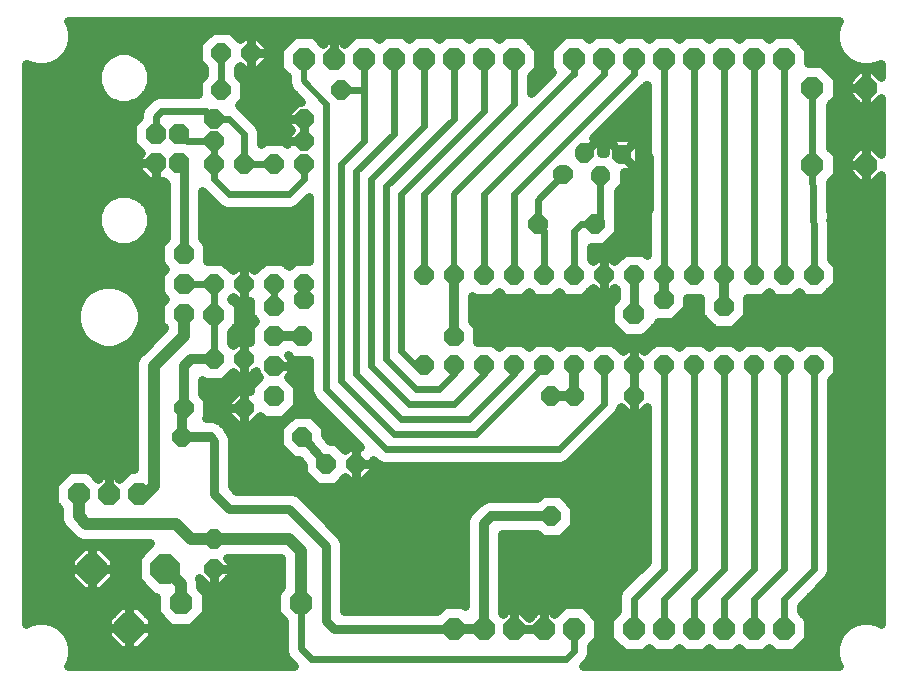
<source format=gbl>
G75*
G70*
%OFA0B0*%
%FSLAX24Y24*%
%IPPOS*%
%LPD*%
%AMOC8*
5,1,8,0,0,1.08239X$1,22.5*
%
%ADD10OC8,0.0640*%
%ADD11OC8,0.0694*%
%ADD12OC8,0.0984*%
%ADD13OC8,0.0720*%
%ADD14OC8,0.0680*%
%ADD15OC8,0.0760*%
%ADD16C,0.0128*%
%ADD17C,0.0300*%
%ADD18C,0.0240*%
%ADD19OC8,0.0660*%
%ADD20C,0.0320*%
%ADD21C,0.0400*%
%ADD22C,0.0200*%
%ADD23OC8,0.0700*%
D10*
X007159Y003605D03*
X007159Y004605D03*
X010909Y007105D03*
X011909Y007105D03*
X010109Y008005D03*
X008159Y008955D03*
X006159Y008955D03*
X006109Y008005D03*
X007159Y010605D03*
X008159Y010605D03*
X008159Y013105D03*
X007159Y013105D03*
X009159Y013105D03*
X010159Y013105D03*
X014159Y013405D03*
X015159Y013405D03*
X016159Y013405D03*
X017159Y013405D03*
X018159Y013405D03*
X019159Y013405D03*
X020159Y013405D03*
X021159Y013405D03*
X022159Y013405D03*
X023159Y013405D03*
X024159Y013405D03*
X025159Y013405D03*
X026159Y013405D03*
X027159Y013405D03*
X027159Y010405D03*
X026159Y010405D03*
X025159Y010405D03*
X024159Y010405D03*
X023159Y010405D03*
X022159Y010405D03*
X021159Y010405D03*
X020159Y010405D03*
X019159Y010405D03*
X018159Y010405D03*
X017159Y010405D03*
X016159Y010405D03*
X015159Y010405D03*
X014159Y010405D03*
X018409Y009355D03*
X019159Y009355D03*
X021159Y009355D03*
X018409Y005355D03*
X017959Y015105D03*
X019859Y015105D03*
X011409Y019555D03*
X010159Y018605D03*
X010159Y017855D03*
X010159Y017105D03*
X009159Y017105D03*
X008159Y017105D03*
X007159Y017105D03*
X007159Y017855D03*
X007159Y018605D03*
X007409Y019555D03*
X007409Y020805D03*
X008409Y020805D03*
D11*
X006013Y018097D03*
X005226Y018097D03*
X005226Y017113D03*
X006013Y017113D03*
D12*
X005533Y003605D03*
X003112Y003605D03*
X004352Y001636D03*
D13*
X004659Y006105D03*
X003659Y006105D03*
X002659Y006105D03*
X015159Y001605D03*
X016159Y001605D03*
X017159Y001605D03*
X018159Y001605D03*
X019159Y001605D03*
X021159Y001605D03*
X022159Y001605D03*
X023159Y001605D03*
X024159Y001605D03*
X025159Y001605D03*
X026159Y001605D03*
X027119Y017075D03*
X028899Y017075D03*
X028899Y019635D03*
X027119Y019635D03*
X026159Y020605D03*
X025159Y020605D03*
X024159Y020605D03*
X023159Y020605D03*
X022159Y020605D03*
X021159Y020605D03*
X020159Y020605D03*
X019159Y020605D03*
X017159Y020605D03*
X016159Y020605D03*
X015159Y020605D03*
X014159Y020605D03*
X013159Y020605D03*
X012159Y020605D03*
X011159Y020605D03*
X010159Y020605D03*
D14*
X006159Y014105D03*
X006159Y013105D03*
X006159Y012105D03*
X009159Y011355D03*
X009159Y010355D03*
X009159Y009355D03*
D15*
X010059Y002455D03*
X006059Y002455D03*
D16*
X018614Y016709D02*
X018550Y016645D01*
X018550Y016857D01*
X018699Y017006D01*
X018911Y017006D01*
X019060Y016857D01*
X019060Y016645D01*
X018911Y016496D01*
X018699Y016496D01*
X018550Y016645D01*
X018646Y016685D01*
X018646Y016817D01*
X018739Y016910D01*
X018871Y016910D01*
X018964Y016817D01*
X018964Y016685D01*
X018871Y016592D01*
X018739Y016592D01*
X018646Y016685D01*
X018742Y016725D01*
X018742Y016777D01*
X018779Y016814D01*
X018831Y016814D01*
X018868Y016777D01*
X018868Y016725D01*
X018831Y016688D01*
X018779Y016688D01*
X018742Y016725D01*
X019322Y017416D02*
X019258Y017352D01*
X019258Y017564D01*
X019407Y017713D01*
X019619Y017713D01*
X019768Y017564D01*
X019768Y017352D01*
X019619Y017203D01*
X019407Y017203D01*
X019258Y017352D01*
X019354Y017392D01*
X019354Y017524D01*
X019447Y017617D01*
X019579Y017617D01*
X019672Y017524D01*
X019672Y017392D01*
X019579Y017299D01*
X019447Y017299D01*
X019354Y017392D01*
X019450Y017432D01*
X019450Y017484D01*
X019487Y017521D01*
X019539Y017521D01*
X019576Y017484D01*
X019576Y017432D01*
X019539Y017395D01*
X019487Y017395D01*
X019450Y017432D01*
X019864Y016659D02*
X019800Y016595D01*
X019800Y016807D01*
X019949Y016956D01*
X020161Y016956D01*
X020310Y016807D01*
X020310Y016595D01*
X020161Y016446D01*
X019949Y016446D01*
X019800Y016595D01*
X019896Y016635D01*
X019896Y016767D01*
X019989Y016860D01*
X020121Y016860D01*
X020214Y016767D01*
X020214Y016635D01*
X020121Y016542D01*
X019989Y016542D01*
X019896Y016635D01*
X019992Y016675D01*
X019992Y016727D01*
X020029Y016764D01*
X020081Y016764D01*
X020118Y016727D01*
X020118Y016675D01*
X020081Y016638D01*
X020029Y016638D01*
X019992Y016675D01*
X020572Y017366D02*
X020508Y017302D01*
X020508Y017514D01*
X020657Y017663D01*
X020869Y017663D01*
X021018Y017514D01*
X021018Y017302D01*
X020869Y017153D01*
X020657Y017153D01*
X020508Y017302D01*
X020604Y017342D01*
X020604Y017474D01*
X020697Y017567D01*
X020829Y017567D01*
X020922Y017474D01*
X020922Y017342D01*
X020829Y017249D01*
X020697Y017249D01*
X020604Y017342D01*
X020700Y017382D01*
X020700Y017434D01*
X020737Y017471D01*
X020789Y017471D01*
X020826Y017434D01*
X020826Y017382D01*
X020789Y017345D01*
X020737Y017345D01*
X020700Y017382D01*
D17*
X000909Y020442D02*
X000909Y001768D01*
X001007Y001824D01*
X001272Y001895D01*
X001546Y001895D01*
X001811Y001824D01*
X002048Y001687D01*
X002242Y001494D01*
X002379Y001256D01*
X002450Y000992D01*
X002450Y000718D01*
X002379Y000453D01*
X002322Y000355D01*
X009853Y000355D01*
X009576Y000632D01*
X009489Y000841D01*
X009489Y001068D01*
X009489Y001851D01*
X009229Y002111D01*
X009229Y002799D01*
X009409Y002978D01*
X009409Y003935D01*
X009390Y003955D01*
X007615Y003955D01*
X007729Y003841D01*
X007729Y003605D01*
X007159Y003605D01*
X007159Y003604D01*
X007159Y003035D01*
X007395Y003035D01*
X007729Y003369D01*
X007729Y003604D01*
X007159Y003604D01*
X007159Y003604D01*
X007159Y003035D01*
X006923Y003035D01*
X006680Y003277D01*
X006709Y003208D01*
X006709Y002978D01*
X006889Y002799D01*
X006889Y002111D01*
X006403Y001625D01*
X005715Y001625D01*
X005229Y002111D01*
X005229Y002663D01*
X005143Y002663D01*
X004591Y003214D01*
X004591Y003995D01*
X005051Y004455D01*
X003038Y004455D01*
X002780Y004455D01*
X002541Y004554D01*
X002291Y004804D01*
X002108Y004986D01*
X002009Y005225D01*
X002009Y005609D01*
X001849Y005769D01*
X001849Y006440D01*
X002324Y006915D01*
X002995Y006915D01*
X003300Y006609D01*
X003406Y006715D01*
X003659Y006715D01*
X003659Y006105D01*
X003659Y006105D01*
X003659Y006715D01*
X003912Y006715D01*
X004018Y006609D01*
X004324Y006915D01*
X004509Y006915D01*
X004509Y010484D01*
X004608Y010723D01*
X004791Y010906D01*
X004791Y010906D01*
X005509Y011624D01*
X005509Y011637D01*
X005369Y011777D01*
X005369Y012432D01*
X005542Y012605D01*
X005369Y012777D01*
X005369Y013432D01*
X005542Y013605D01*
X005369Y013777D01*
X005369Y014432D01*
X005559Y014622D01*
X005559Y016440D01*
X005478Y016521D01*
X005473Y016516D01*
X005226Y016516D01*
X005226Y016773D01*
X005226Y016773D01*
X005226Y016516D01*
X004979Y016516D01*
X004629Y016865D01*
X004629Y017112D01*
X005216Y017112D01*
X005216Y017113D01*
X004629Y017113D01*
X004629Y017360D01*
X004732Y017463D01*
X004429Y017767D01*
X004429Y018427D01*
X004656Y018654D01*
X004656Y018785D01*
X004743Y018995D01*
X004926Y019178D01*
X005086Y019338D01*
X005296Y019425D01*
X006639Y019425D01*
X006639Y019874D01*
X006839Y020074D01*
X006839Y020286D01*
X006639Y020486D01*
X006639Y021124D01*
X007090Y021575D01*
X007728Y021575D01*
X008050Y021252D01*
X008173Y021375D01*
X008409Y021375D01*
X008409Y020805D01*
X008409Y020805D01*
X008409Y021375D01*
X008645Y021375D01*
X008979Y021041D01*
X008979Y020805D01*
X008409Y020805D01*
X008409Y020804D01*
X008409Y020235D01*
X008645Y020235D01*
X008979Y020569D01*
X008979Y020804D01*
X008409Y020804D01*
X008409Y020804D01*
X008409Y020235D01*
X008173Y020235D01*
X008050Y020357D01*
X007979Y020286D01*
X007979Y020074D01*
X008179Y019874D01*
X008179Y019236D01*
X008006Y019063D01*
X008482Y018588D01*
X008642Y018428D01*
X008729Y018218D01*
X008729Y017764D01*
X008840Y017875D01*
X009478Y017875D01*
X009589Y017764D01*
X009589Y017854D01*
X009820Y017854D01*
X009820Y017855D01*
X009589Y017855D01*
X009589Y018091D01*
X009728Y018230D01*
X009589Y018369D01*
X009589Y018604D01*
X010159Y018604D01*
X010159Y018425D01*
X010159Y018604D01*
X010159Y018604D01*
X010159Y018605D01*
X009589Y018605D01*
X009589Y018841D01*
X009923Y019175D01*
X010061Y019175D01*
X009847Y019388D01*
X009693Y019543D01*
X009609Y019745D01*
X009609Y020009D01*
X009349Y020269D01*
X009349Y020940D01*
X009824Y021415D01*
X010495Y021415D01*
X010800Y021109D01*
X010906Y021215D01*
X011159Y021215D01*
X011159Y020605D01*
X011159Y020605D01*
X011159Y021215D01*
X011412Y021215D01*
X011518Y021109D01*
X011824Y021415D01*
X012495Y021415D01*
X012659Y021250D01*
X012824Y021415D01*
X013495Y021415D01*
X013659Y021250D01*
X013824Y021415D01*
X014495Y021415D01*
X014659Y021250D01*
X014824Y021415D01*
X015495Y021415D01*
X015659Y021250D01*
X015824Y021415D01*
X016495Y021415D01*
X016659Y021250D01*
X016824Y021415D01*
X017495Y021415D01*
X017969Y020940D01*
X017969Y020269D01*
X017729Y020029D01*
X017729Y019452D01*
X018447Y020171D01*
X018349Y020269D01*
X018349Y020940D01*
X018824Y021415D01*
X019495Y021415D01*
X019659Y021250D01*
X019824Y021415D01*
X020495Y021415D01*
X020659Y021250D01*
X020824Y021415D01*
X021495Y021415D01*
X021659Y021250D01*
X021824Y021415D01*
X022495Y021415D01*
X022659Y021250D01*
X022824Y021415D01*
X023495Y021415D01*
X023659Y021250D01*
X023824Y021415D01*
X024495Y021415D01*
X024659Y021250D01*
X024824Y021415D01*
X025495Y021415D01*
X025659Y021250D01*
X025824Y021415D01*
X026495Y021415D01*
X026969Y020940D01*
X026969Y020445D01*
X027455Y020445D01*
X027929Y019970D01*
X027929Y019299D01*
X027689Y019059D01*
X027689Y017650D01*
X027929Y017410D01*
X027929Y016739D01*
X027698Y016508D01*
X027727Y014652D01*
X027729Y014648D01*
X027729Y014540D01*
X027731Y014430D01*
X027729Y014426D01*
X027729Y013924D01*
X027929Y013724D01*
X027929Y013086D01*
X027478Y012635D01*
X026840Y012635D01*
X026659Y012816D01*
X026478Y012635D01*
X025840Y012635D01*
X025659Y012816D01*
X025478Y012635D01*
X024939Y012635D01*
X024939Y012032D01*
X024482Y011575D01*
X023836Y011575D01*
X023379Y012032D01*
X023379Y012635D01*
X022939Y012635D01*
X022939Y012282D01*
X022482Y011825D01*
X021959Y011825D01*
X021959Y011773D01*
X021490Y011305D01*
X020828Y011305D01*
X020359Y011773D01*
X020359Y012436D01*
X020559Y012636D01*
X020559Y012916D01*
X020518Y012957D01*
X020395Y012835D01*
X020159Y012835D01*
X020159Y013404D01*
X020159Y013404D01*
X020159Y012835D01*
X019923Y012835D01*
X019800Y012957D01*
X019478Y012635D01*
X018840Y012635D01*
X018659Y012816D01*
X018478Y012635D01*
X017840Y012635D01*
X017659Y012816D01*
X017478Y012635D01*
X016840Y012635D01*
X016659Y012816D01*
X016478Y012635D01*
X015840Y012635D01*
X015769Y012706D01*
X015769Y011848D01*
X015939Y011678D01*
X015939Y011175D01*
X016478Y011175D01*
X016659Y010994D01*
X016840Y011175D01*
X017478Y011175D01*
X017659Y010994D01*
X017840Y011175D01*
X018478Y011175D01*
X018659Y010994D01*
X018840Y011175D01*
X019478Y011175D01*
X019659Y010994D01*
X019840Y011175D01*
X020478Y011175D01*
X020800Y010852D01*
X020923Y010975D01*
X021159Y010975D01*
X021159Y010405D01*
X021159Y010405D01*
X021159Y010975D01*
X021395Y010975D01*
X021518Y010852D01*
X021840Y011175D01*
X022478Y011175D01*
X022659Y010994D01*
X022840Y011175D01*
X023478Y011175D01*
X023659Y010994D01*
X023840Y011175D01*
X024478Y011175D01*
X024659Y010994D01*
X024840Y011175D01*
X025478Y011175D01*
X025659Y010994D01*
X025840Y011175D01*
X026478Y011175D01*
X026659Y010994D01*
X026840Y011175D01*
X027478Y011175D01*
X027929Y010724D01*
X027929Y010086D01*
X027729Y009886D01*
X027729Y003718D01*
X027729Y003491D01*
X027642Y003282D01*
X026729Y002369D01*
X026729Y002180D01*
X026969Y001940D01*
X026969Y001269D01*
X026495Y000795D01*
X025824Y000795D01*
X025659Y000959D01*
X025495Y000795D01*
X024824Y000795D01*
X024659Y000959D01*
X024495Y000795D01*
X023824Y000795D01*
X023659Y000959D01*
X023495Y000795D01*
X022824Y000795D01*
X022659Y000959D01*
X022495Y000795D01*
X021824Y000795D01*
X021659Y000959D01*
X021495Y000795D01*
X020824Y000795D01*
X020349Y001269D01*
X020349Y001940D01*
X020589Y002180D01*
X020589Y002718D01*
X020676Y002928D01*
X020836Y003088D01*
X021589Y003841D01*
X021589Y008979D01*
X021395Y008785D01*
X021159Y008785D01*
X021159Y009354D01*
X021159Y009354D01*
X021159Y008785D01*
X020923Y008785D01*
X020725Y008982D01*
X020642Y008782D01*
X019142Y007282D01*
X018982Y007121D01*
X018772Y007035D01*
X013022Y007035D01*
X012796Y007035D01*
X012586Y007121D01*
X012479Y007229D01*
X012479Y007105D01*
X011909Y007105D01*
X011909Y007675D01*
X011673Y007675D01*
X011550Y007552D01*
X011228Y007875D01*
X011030Y007875D01*
X010879Y008046D01*
X010879Y008324D01*
X010428Y008775D01*
X009790Y008775D01*
X009339Y008324D01*
X009339Y007686D01*
X009790Y007235D01*
X009994Y007235D01*
X010139Y007071D01*
X010139Y006786D01*
X010590Y006335D01*
X011228Y006335D01*
X011550Y006657D01*
X011673Y006535D01*
X011909Y006535D01*
X012145Y006535D01*
X012479Y006869D01*
X012479Y007104D01*
X011909Y007104D01*
X011909Y006535D01*
X011909Y007104D01*
X011909Y007104D01*
X011909Y007105D01*
X011909Y007105D01*
X011909Y007675D01*
X012033Y007675D01*
X010586Y009121D01*
X010426Y009282D01*
X010339Y009491D01*
X010339Y010575D01*
X009786Y010575D01*
X009641Y010720D01*
X009635Y010713D01*
X009749Y010599D01*
X009749Y010355D01*
X009159Y010355D01*
X009159Y010354D01*
X009749Y010354D01*
X009749Y010110D01*
X009635Y009996D01*
X009949Y009682D01*
X009949Y009027D01*
X009486Y008565D01*
X008832Y008565D01*
X008703Y008693D01*
X008395Y008385D01*
X008159Y008385D01*
X008159Y008954D01*
X008159Y008954D01*
X008159Y008385D01*
X007923Y008385D01*
X007589Y008719D01*
X007589Y008954D01*
X008159Y008954D01*
X008159Y008955D01*
X008159Y009525D01*
X007923Y009525D01*
X007589Y009191D01*
X007589Y008955D01*
X008159Y008955D01*
X008159Y008955D01*
X008159Y009525D01*
X008369Y009525D01*
X008369Y009682D01*
X008683Y009996D01*
X008569Y010110D01*
X008569Y010209D01*
X008395Y010035D01*
X008159Y010035D01*
X008159Y010604D01*
X008159Y010604D01*
X008159Y010035D01*
X007923Y010035D01*
X007800Y010157D01*
X007478Y009835D01*
X006840Y009835D01*
X006769Y009906D01*
X006769Y009434D01*
X006929Y009274D01*
X006929Y008636D01*
X006908Y008615D01*
X007051Y008615D01*
X007060Y008616D01*
X007069Y008615D01*
X007180Y008615D01*
X007285Y008571D01*
X007294Y008570D01*
X007301Y008565D01*
X007405Y008522D01*
X007484Y008442D01*
X007492Y008437D01*
X007497Y008429D01*
X007576Y008350D01*
X007619Y008246D01*
X007625Y008237D01*
X007668Y008195D01*
X007691Y008139D01*
X007724Y008088D01*
X007736Y008029D01*
X007759Y007974D01*
X007759Y007914D01*
X007771Y007854D01*
X007759Y007795D01*
X007759Y006353D01*
X007908Y006205D01*
X009778Y006205D01*
X009999Y006113D01*
X010168Y005945D01*
X011418Y004695D01*
X011509Y004474D01*
X011509Y004235D01*
X011509Y002205D01*
X014614Y002205D01*
X014824Y002415D01*
X015495Y002415D01*
X015549Y002360D01*
X015549Y005226D01*
X015642Y005450D01*
X015814Y005622D01*
X016064Y005872D01*
X016288Y005965D01*
X016530Y005965D01*
X017930Y005965D01*
X018090Y006125D01*
X018728Y006125D01*
X019179Y005674D01*
X019179Y005036D01*
X018728Y004585D01*
X018090Y004585D01*
X017930Y004745D01*
X016769Y004745D01*
X016769Y002140D01*
X016800Y002109D01*
X016906Y002215D01*
X017159Y002215D01*
X017159Y001605D01*
X017159Y001605D01*
X017159Y002215D01*
X017412Y002215D01*
X017659Y001967D01*
X017906Y002215D01*
X018159Y002215D01*
X018159Y001605D01*
X018159Y001605D01*
X018159Y002215D01*
X018412Y002215D01*
X018518Y002109D01*
X018824Y002415D01*
X019495Y002415D01*
X019969Y001940D01*
X019969Y001269D01*
X019729Y001029D01*
X019729Y000741D01*
X019642Y000532D01*
X019482Y000371D01*
X019465Y000355D01*
X027996Y000355D01*
X027939Y000453D01*
X027869Y000718D01*
X027869Y000992D01*
X027939Y001256D01*
X028076Y001494D01*
X028270Y001687D01*
X028507Y001824D01*
X028772Y001895D01*
X029046Y001895D01*
X029311Y001824D01*
X029409Y001768D01*
X029409Y016722D01*
X029152Y016465D01*
X028899Y016465D01*
X028899Y017074D01*
X028899Y017074D01*
X028899Y016465D01*
X028646Y016465D01*
X028289Y016822D01*
X028289Y017074D01*
X028899Y017074D01*
X028899Y017075D01*
X028899Y017685D01*
X028646Y017685D01*
X028289Y017327D01*
X028289Y017075D01*
X028899Y017075D01*
X028899Y017075D01*
X028899Y017685D01*
X029152Y017685D01*
X029409Y017427D01*
X029409Y019282D01*
X029152Y019025D01*
X028899Y019025D01*
X028899Y019634D01*
X028899Y019634D01*
X028899Y019025D01*
X028646Y019025D01*
X028289Y019382D01*
X028289Y019634D01*
X028899Y019634D01*
X028899Y019635D01*
X028899Y020245D01*
X028646Y020245D01*
X028289Y019887D01*
X028289Y019635D01*
X028899Y019635D01*
X028899Y019635D01*
X028899Y020245D01*
X029152Y020245D01*
X029409Y019987D01*
X029409Y020442D01*
X029311Y020385D01*
X029046Y020314D01*
X028772Y020314D01*
X028507Y020385D01*
X028270Y020522D01*
X028076Y020716D01*
X027939Y020953D01*
X027869Y021218D01*
X027869Y021492D01*
X027939Y021756D01*
X027996Y021855D01*
X002322Y021855D01*
X002379Y021756D01*
X002450Y021492D01*
X002450Y021218D01*
X002379Y020953D01*
X002242Y020716D01*
X002048Y020522D01*
X001811Y020385D01*
X001546Y020314D01*
X001272Y020314D01*
X001007Y020385D01*
X000909Y020442D01*
X000909Y020309D02*
X003320Y020309D01*
X003256Y020154D02*
X003256Y019795D01*
X003394Y019463D01*
X003648Y019209D01*
X003979Y019072D01*
X004339Y019072D01*
X004670Y019209D01*
X004924Y019463D01*
X005062Y019795D01*
X005062Y020154D01*
X004924Y020486D01*
X004670Y020740D01*
X004339Y020878D01*
X003979Y020878D01*
X003648Y020740D01*
X003394Y020486D01*
X003256Y020154D01*
X003256Y020010D02*
X000909Y020010D01*
X000909Y019711D02*
X003291Y019711D01*
X003444Y019413D02*
X000909Y019413D01*
X000909Y019114D02*
X003877Y019114D01*
X004441Y019114D02*
X004863Y019114D01*
X004874Y019413D02*
X005267Y019413D01*
X005027Y019711D02*
X006639Y019711D01*
X006776Y020010D02*
X005062Y020010D01*
X004998Y020309D02*
X006816Y020309D01*
X006639Y020607D02*
X004803Y020607D01*
X003515Y020607D02*
X002133Y020607D01*
X002351Y020906D02*
X006639Y020906D01*
X006720Y021204D02*
X002446Y021204D01*
X002447Y021503D02*
X007018Y021503D01*
X007800Y021503D02*
X027871Y021503D01*
X027872Y021204D02*
X026705Y021204D01*
X026969Y020906D02*
X027967Y020906D01*
X028185Y020607D02*
X026969Y020607D01*
X027591Y020309D02*
X029409Y020309D01*
X029386Y020010D02*
X029409Y020010D01*
X028899Y020010D02*
X028899Y020010D01*
X028899Y019711D02*
X028899Y019711D01*
X028899Y019413D02*
X028899Y019413D01*
X028899Y019114D02*
X028899Y019114D01*
X028557Y019114D02*
X027744Y019114D01*
X027929Y019413D02*
X028289Y019413D01*
X028289Y019711D02*
X027929Y019711D01*
X027889Y020010D02*
X028412Y020010D01*
X029241Y019114D02*
X029409Y019114D01*
X029409Y018816D02*
X027689Y018816D01*
X027689Y018517D02*
X029409Y018517D01*
X029409Y018219D02*
X027689Y018219D01*
X027689Y017920D02*
X029409Y017920D01*
X029409Y017622D02*
X029215Y017622D01*
X028899Y017622D02*
X028899Y017622D01*
X028583Y017622D02*
X027718Y017622D01*
X027929Y017323D02*
X028289Y017323D01*
X028289Y017025D02*
X027929Y017025D01*
X027916Y016726D02*
X028385Y016726D01*
X028899Y016726D02*
X028899Y016726D01*
X028899Y017025D02*
X028899Y017025D01*
X028899Y017323D02*
X028899Y017323D01*
X029409Y016428D02*
X027699Y016428D01*
X027704Y016129D02*
X029409Y016129D01*
X029409Y015830D02*
X027709Y015830D01*
X027713Y015532D02*
X029409Y015532D01*
X029409Y015233D02*
X027718Y015233D01*
X027723Y014935D02*
X029409Y014935D01*
X029409Y014636D02*
X027729Y014636D01*
X027729Y014338D02*
X029409Y014338D01*
X029409Y014039D02*
X027729Y014039D01*
X027912Y013741D02*
X029409Y013741D01*
X029409Y013442D02*
X027929Y013442D01*
X027929Y013144D02*
X029409Y013144D01*
X029409Y012845D02*
X027688Y012845D01*
X029409Y012546D02*
X024939Y012546D01*
X024939Y012248D02*
X029409Y012248D01*
X029409Y011949D02*
X024857Y011949D01*
X024558Y011651D02*
X029409Y011651D01*
X029409Y011352D02*
X021538Y011352D01*
X021836Y011651D02*
X023760Y011651D01*
X023461Y011949D02*
X022607Y011949D01*
X022905Y012248D02*
X023379Y012248D01*
X023379Y012546D02*
X022939Y012546D01*
X022159Y013405D02*
X022159Y013605D01*
X021589Y014064D02*
X021589Y019729D01*
X021482Y019621D01*
X019819Y017958D01*
X019915Y017861D01*
X019513Y017459D01*
X019513Y017458D01*
X019916Y017861D01*
X020083Y017694D01*
X020083Y017471D01*
X020193Y017471D01*
X020193Y017644D01*
X020359Y017811D01*
X020762Y017408D01*
X020762Y017409D01*
X020360Y017811D01*
X020526Y017978D01*
X020999Y017978D01*
X021165Y017811D01*
X020763Y017409D01*
X020763Y017408D01*
X021166Y017005D01*
X021333Y017172D01*
X021333Y017644D01*
X021166Y017811D01*
X020763Y017408D01*
X020763Y017408D01*
X021165Y017005D01*
X020999Y016838D01*
X020825Y016838D01*
X020825Y016382D01*
X020625Y016182D01*
X020625Y015427D01*
X020629Y015424D01*
X020629Y015222D01*
X020635Y015199D01*
X020629Y015150D01*
X020629Y014786D01*
X020178Y014335D01*
X019729Y014335D01*
X019729Y013924D01*
X019800Y013852D01*
X019923Y013975D01*
X020159Y013975D01*
X020159Y013405D01*
X020159Y013405D01*
X020159Y013975D01*
X020395Y013975D01*
X020518Y013852D01*
X020840Y014175D01*
X021478Y014175D01*
X021589Y014064D01*
X021589Y014338D02*
X020181Y014338D01*
X020159Y014105D02*
X021659Y015605D01*
X021659Y017312D01*
X021589Y017323D02*
X021333Y017323D01*
X021185Y017025D02*
X021589Y017025D01*
X021589Y016726D02*
X020825Y016726D01*
X021146Y017025D02*
X021146Y017025D01*
X020848Y017323D02*
X020847Y017323D01*
X020976Y017622D02*
X020976Y017622D01*
X021057Y017920D02*
X021589Y017920D01*
X021589Y017622D02*
X021333Y017622D01*
X021589Y018219D02*
X020079Y018219D01*
X020378Y018517D02*
X021589Y018517D01*
X021589Y018816D02*
X020676Y018816D01*
X020975Y019114D02*
X021589Y019114D01*
X021589Y019413D02*
X021273Y019413D01*
X021572Y019711D02*
X021589Y019711D01*
X020469Y017920D02*
X019857Y017920D01*
X019676Y017622D02*
X019676Y017622D01*
X020083Y017622D02*
X020193Y017622D01*
X020549Y017622D02*
X020549Y017622D01*
X020825Y016428D02*
X021589Y016428D01*
X021589Y016129D02*
X020625Y016129D01*
X020625Y015830D02*
X021589Y015830D01*
X021589Y015532D02*
X020625Y015532D01*
X020629Y015233D02*
X021589Y015233D01*
X021589Y014935D02*
X020629Y014935D01*
X020479Y014636D02*
X021589Y014636D01*
X020705Y014039D02*
X019729Y014039D01*
X020159Y014105D02*
X020159Y013405D01*
X020159Y013442D02*
X020159Y013442D01*
X020159Y013144D02*
X020159Y013144D01*
X020159Y012845D02*
X020159Y012845D01*
X019913Y012845D02*
X019688Y012845D01*
X020405Y012845D02*
X020559Y012845D01*
X020469Y012546D02*
X015769Y012546D01*
X015769Y012248D02*
X020359Y012248D01*
X020359Y011949D02*
X015769Y011949D01*
X015939Y011651D02*
X020482Y011651D01*
X020780Y011352D02*
X015939Y011352D01*
X016599Y011054D02*
X016719Y011054D01*
X017599Y011054D02*
X017719Y011054D01*
X018599Y011054D02*
X018719Y011054D01*
X019599Y011054D02*
X019719Y011054D01*
X020599Y011054D02*
X021719Y011054D01*
X021159Y010755D02*
X021159Y010755D01*
X021159Y010457D02*
X021159Y010457D01*
X021159Y010404D02*
X021159Y009835D01*
X021159Y009355D01*
X021159Y009355D01*
X021159Y009835D01*
X021159Y010404D01*
X021159Y010404D01*
X021159Y010158D02*
X021159Y010158D01*
X021159Y009860D02*
X021159Y009860D01*
X021159Y009561D02*
X021159Y009561D01*
X021159Y009262D02*
X021159Y009262D01*
X021159Y008964D02*
X021159Y008964D01*
X020744Y008964D02*
X020718Y008964D01*
X020526Y008665D02*
X021589Y008665D01*
X021574Y008964D02*
X021589Y008964D01*
X021589Y008367D02*
X020227Y008367D01*
X019929Y008068D02*
X021589Y008068D01*
X021589Y007770D02*
X019630Y007770D01*
X019332Y007471D02*
X021589Y007471D01*
X021589Y007173D02*
X019033Y007173D01*
X018874Y005979D02*
X021589Y005979D01*
X021589Y005680D02*
X019173Y005680D01*
X019179Y005381D02*
X021589Y005381D01*
X021589Y005083D02*
X019179Y005083D01*
X018928Y004784D02*
X021589Y004784D01*
X021589Y004486D02*
X016769Y004486D01*
X016769Y004187D02*
X021589Y004187D01*
X021589Y003889D02*
X016769Y003889D01*
X016769Y003590D02*
X021338Y003590D01*
X021040Y003292D02*
X016769Y003292D01*
X016769Y002993D02*
X020741Y002993D01*
X020589Y002695D02*
X016769Y002695D01*
X016769Y002396D02*
X018805Y002396D01*
X019513Y002396D02*
X020589Y002396D01*
X020506Y002097D02*
X019812Y002097D01*
X019969Y001799D02*
X020349Y001799D01*
X020349Y001500D02*
X019969Y001500D01*
X019902Y001202D02*
X020416Y001202D01*
X020715Y000903D02*
X019729Y000903D01*
X019672Y000605D02*
X027899Y000605D01*
X027869Y000903D02*
X026603Y000903D01*
X026902Y001202D02*
X027925Y001202D01*
X028083Y001500D02*
X026969Y001500D01*
X026969Y001799D02*
X028463Y001799D01*
X029355Y001799D02*
X029409Y001799D01*
X029409Y002097D02*
X026812Y002097D01*
X026756Y002396D02*
X029409Y002396D01*
X029409Y002695D02*
X027055Y002695D01*
X027354Y002993D02*
X029409Y002993D01*
X029409Y003292D02*
X027646Y003292D01*
X027729Y003590D02*
X029409Y003590D01*
X029409Y003889D02*
X027729Y003889D01*
X027729Y004187D02*
X029409Y004187D01*
X029409Y004486D02*
X027729Y004486D01*
X027729Y004784D02*
X029409Y004784D01*
X029409Y005083D02*
X027729Y005083D01*
X027729Y005381D02*
X029409Y005381D01*
X029409Y005680D02*
X027729Y005680D01*
X027729Y005979D02*
X029409Y005979D01*
X029409Y006277D02*
X027729Y006277D01*
X027729Y006576D02*
X029409Y006576D01*
X029409Y006874D02*
X027729Y006874D01*
X027729Y007173D02*
X029409Y007173D01*
X029409Y007471D02*
X027729Y007471D01*
X027729Y007770D02*
X029409Y007770D01*
X029409Y008068D02*
X027729Y008068D01*
X027729Y008367D02*
X029409Y008367D01*
X029409Y008665D02*
X027729Y008665D01*
X027729Y008964D02*
X029409Y008964D01*
X029409Y009262D02*
X027729Y009262D01*
X027729Y009561D02*
X029409Y009561D01*
X029409Y009860D02*
X027729Y009860D01*
X027929Y010158D02*
X029409Y010158D01*
X029409Y010457D02*
X027929Y010457D01*
X027897Y010755D02*
X029409Y010755D01*
X029409Y011054D02*
X027599Y011054D01*
X026719Y011054D02*
X026599Y011054D01*
X025719Y011054D02*
X025599Y011054D01*
X024719Y011054D02*
X024599Y011054D01*
X023719Y011054D02*
X023599Y011054D01*
X022719Y011054D02*
X022599Y011054D01*
X021159Y012105D02*
X021159Y013405D01*
X020159Y013741D02*
X020159Y013741D01*
X024159Y013605D02*
X024159Y013405D01*
X017988Y019711D02*
X017729Y019711D01*
X017729Y020010D02*
X018287Y020010D01*
X018349Y020309D02*
X017969Y020309D01*
X017969Y020607D02*
X018349Y020607D01*
X018349Y020906D02*
X017969Y020906D01*
X017705Y021204D02*
X018613Y021204D01*
X011613Y021204D02*
X011422Y021204D01*
X011159Y021204D02*
X011159Y021204D01*
X010896Y021204D02*
X010705Y021204D01*
X011159Y020906D02*
X011159Y020906D01*
X011159Y020607D02*
X011159Y020607D01*
X009613Y021204D02*
X008816Y021204D01*
X008979Y020906D02*
X009349Y020906D01*
X009349Y020607D02*
X008979Y020607D01*
X008719Y020309D02*
X009349Y020309D01*
X009608Y020010D02*
X008043Y020010D01*
X008002Y020309D02*
X008099Y020309D01*
X008409Y020309D02*
X008409Y020309D01*
X008409Y020607D02*
X008409Y020607D01*
X008409Y020906D02*
X008409Y020906D01*
X008409Y021204D02*
X008409Y021204D01*
X008179Y019711D02*
X009623Y019711D01*
X009823Y019413D02*
X008179Y019413D01*
X008058Y019114D02*
X009863Y019114D01*
X009589Y018816D02*
X008254Y018816D01*
X008553Y018517D02*
X009589Y018517D01*
X009717Y018219D02*
X008729Y018219D01*
X008729Y017920D02*
X009589Y017920D01*
X010159Y017920D02*
X010159Y017920D01*
X010159Y017875D02*
X010159Y018425D01*
X010159Y017875D01*
X010159Y017875D01*
X010159Y018219D02*
X010159Y018219D01*
X010159Y018517D02*
X010159Y018517D01*
X007176Y015782D02*
X006836Y016121D01*
X006836Y016121D01*
X006759Y016199D01*
X006759Y014622D01*
X006949Y014432D01*
X006949Y013875D01*
X007478Y013875D01*
X007800Y013552D01*
X007923Y013675D01*
X008159Y013675D01*
X008159Y013105D01*
X008159Y013105D01*
X008159Y013675D01*
X008395Y013675D01*
X008518Y013552D01*
X008840Y013875D01*
X009478Y013875D01*
X009659Y013694D01*
X009840Y013875D01*
X010339Y013875D01*
X010339Y015979D01*
X009982Y015621D01*
X009772Y015535D01*
X009546Y015535D01*
X007546Y015535D01*
X007336Y015621D01*
X007176Y015782D01*
X007176Y015782D01*
X007127Y015830D02*
X006759Y015830D01*
X006759Y016129D02*
X006829Y016129D01*
X006759Y015532D02*
X010339Y015532D01*
X010339Y015233D02*
X006759Y015233D01*
X006759Y014935D02*
X010339Y014935D01*
X010339Y014636D02*
X006759Y014636D01*
X006949Y014338D02*
X010339Y014338D01*
X010339Y014039D02*
X006949Y014039D01*
X006159Y014105D02*
X006159Y016967D01*
X006013Y017113D01*
X005226Y016726D02*
X005226Y016726D01*
X005559Y016428D02*
X000909Y016428D01*
X000909Y016129D02*
X003959Y016129D01*
X003979Y016137D02*
X003648Y016000D01*
X003394Y015746D01*
X003256Y015414D01*
X003256Y015055D01*
X003394Y014723D01*
X003648Y014469D01*
X003979Y014332D01*
X004339Y014332D01*
X004670Y014469D01*
X004924Y014723D01*
X005062Y015055D01*
X005062Y015414D01*
X004924Y015746D01*
X004670Y016000D01*
X004339Y016137D01*
X003979Y016137D01*
X004359Y016129D02*
X005559Y016129D01*
X005559Y015830D02*
X004840Y015830D01*
X005013Y015532D02*
X005559Y015532D01*
X005559Y015233D02*
X005062Y015233D01*
X005012Y014935D02*
X005559Y014935D01*
X005559Y014636D02*
X004837Y014636D01*
X004353Y014338D02*
X005369Y014338D01*
X005369Y014039D02*
X000909Y014039D01*
X000909Y014338D02*
X003965Y014338D01*
X003481Y014636D02*
X000909Y014636D01*
X000909Y014935D02*
X003306Y014935D01*
X003256Y015233D02*
X000909Y015233D01*
X000909Y015532D02*
X003305Y015532D01*
X003478Y015830D02*
X000909Y015830D01*
X000909Y016726D02*
X004768Y016726D01*
X004629Y017025D02*
X000909Y017025D01*
X000909Y017323D02*
X004629Y017323D01*
X004574Y017622D02*
X000909Y017622D01*
X000909Y017920D02*
X004429Y017920D01*
X004429Y018219D02*
X000909Y018219D01*
X000909Y018517D02*
X004519Y018517D01*
X004669Y018816D02*
X000909Y018816D01*
X002353Y021801D02*
X027965Y021801D01*
X015159Y013605D02*
X015159Y013405D01*
X010339Y015830D02*
X010191Y015830D01*
X009706Y013741D02*
X009612Y013741D01*
X008706Y013741D02*
X007612Y013741D01*
X008159Y013442D02*
X008159Y013442D01*
X008159Y013144D02*
X008159Y013144D01*
X008159Y013104D02*
X008159Y012535D01*
X008379Y012535D01*
X008379Y012032D01*
X008549Y011862D01*
X008369Y011682D01*
X008369Y011175D01*
X008159Y011175D01*
X007923Y011175D01*
X007800Y011052D01*
X007729Y011124D01*
X007729Y011493D01*
X007959Y011723D01*
X007959Y012386D01*
X007744Y012601D01*
X007800Y012657D01*
X007923Y012535D01*
X008159Y012535D01*
X008159Y013104D01*
X008159Y013104D01*
X008159Y012845D02*
X008159Y012845D01*
X008159Y012546D02*
X008159Y012546D01*
X007911Y012546D02*
X007799Y012546D01*
X007959Y012248D02*
X008379Y012248D01*
X008461Y011949D02*
X007959Y011949D01*
X007886Y011651D02*
X008369Y011651D01*
X008369Y011352D02*
X007729Y011352D01*
X008159Y011175D02*
X008159Y010605D01*
X008159Y010605D01*
X008159Y011175D01*
X008159Y011054D02*
X008159Y011054D01*
X008159Y010755D02*
X008159Y010755D01*
X008159Y010457D02*
X008159Y010457D01*
X008159Y010158D02*
X008159Y010158D01*
X008518Y010158D02*
X008569Y010158D01*
X008547Y009860D02*
X007503Y009860D01*
X006815Y009860D02*
X006769Y009860D01*
X006769Y009561D02*
X008369Y009561D01*
X008159Y009262D02*
X008159Y009262D01*
X008159Y008964D02*
X008159Y008964D01*
X008159Y008665D02*
X008159Y008665D01*
X007642Y008665D02*
X006929Y008665D01*
X006929Y008964D02*
X007589Y008964D01*
X007661Y009262D02*
X006929Y009262D01*
X007560Y008367D02*
X009382Y008367D01*
X009339Y008068D02*
X007728Y008068D01*
X007759Y007770D02*
X009339Y007770D01*
X009554Y007471D02*
X007759Y007471D01*
X007759Y007173D02*
X010049Y007173D01*
X010139Y006874D02*
X007759Y006874D01*
X007759Y006576D02*
X010349Y006576D01*
X010909Y007105D02*
X010159Y007955D01*
X010879Y008068D02*
X011639Y008068D01*
X011341Y008367D02*
X010836Y008367D01*
X011042Y008665D02*
X010537Y008665D01*
X010744Y008964D02*
X009885Y008964D01*
X009949Y009262D02*
X010445Y009262D01*
X010339Y009561D02*
X009949Y009561D01*
X009771Y009860D02*
X010339Y009860D01*
X010339Y010158D02*
X009749Y010158D01*
X009749Y010457D02*
X010339Y010457D01*
X009681Y008665D02*
X009587Y008665D01*
X008731Y008665D02*
X008676Y008665D01*
X007159Y007855D02*
X007159Y006105D01*
X007659Y005605D01*
X009659Y005605D01*
X010909Y004355D01*
X010909Y001855D01*
X011159Y001605D01*
X015159Y001605D01*
X014805Y002396D02*
X011509Y002396D01*
X011509Y002695D02*
X015549Y002695D01*
X015549Y002993D02*
X011509Y002993D01*
X011509Y003292D02*
X015549Y003292D01*
X015549Y003590D02*
X011509Y003590D01*
X011509Y003889D02*
X015549Y003889D01*
X015549Y004187D02*
X011509Y004187D01*
X011504Y004486D02*
X015549Y004486D01*
X015549Y004784D02*
X011328Y004784D01*
X011029Y005083D02*
X015549Y005083D01*
X015613Y005381D02*
X010731Y005381D01*
X010432Y005680D02*
X015872Y005680D01*
X017944Y005979D02*
X010134Y005979D01*
X011469Y006576D02*
X011632Y006576D01*
X011909Y006576D02*
X011909Y006576D01*
X012186Y006576D02*
X021589Y006576D01*
X021589Y006874D02*
X012479Y006874D01*
X012479Y007173D02*
X012535Y007173D01*
X011909Y007173D02*
X011909Y007173D01*
X011909Y007471D02*
X011909Y007471D01*
X011938Y007770D02*
X011333Y007770D01*
X011909Y006874D02*
X011909Y006874D01*
X009409Y003889D02*
X007681Y003889D01*
X007729Y003590D02*
X009409Y003590D01*
X009409Y003292D02*
X007652Y003292D01*
X007159Y003292D02*
X007159Y003292D01*
X006709Y002993D02*
X009409Y002993D01*
X009229Y002695D02*
X006889Y002695D01*
X006889Y002396D02*
X009229Y002396D01*
X009243Y002097D02*
X006876Y002097D01*
X006577Y001799D02*
X009489Y001799D01*
X009489Y001500D02*
X005094Y001500D01*
X005094Y001636D02*
X005094Y001329D01*
X004659Y000894D01*
X004352Y000894D01*
X004352Y001636D01*
X004352Y001636D01*
X004352Y000894D01*
X004045Y000894D01*
X003610Y001329D01*
X003610Y001636D01*
X004352Y001636D01*
X004352Y001636D01*
X005094Y001636D01*
X005094Y001944D01*
X004659Y002378D01*
X004352Y002378D01*
X004352Y001637D01*
X004352Y001637D01*
X004352Y002378D01*
X004045Y002378D01*
X003610Y001944D01*
X003610Y001636D01*
X004352Y001636D01*
X004352Y001636D01*
X005094Y001636D01*
X005094Y001799D02*
X005541Y001799D01*
X005243Y002097D02*
X004940Y002097D01*
X005229Y002396D02*
X000909Y002396D01*
X000909Y002097D02*
X003764Y002097D01*
X003610Y001799D02*
X001855Y001799D01*
X002235Y001500D02*
X003610Y001500D01*
X003737Y001202D02*
X002393Y001202D01*
X002450Y000903D02*
X004035Y000903D01*
X004352Y000903D02*
X004352Y000903D01*
X004352Y001202D02*
X004352Y001202D01*
X004352Y001500D02*
X004352Y001500D01*
X004352Y001799D02*
X004352Y001799D01*
X004352Y002097D02*
X004352Y002097D01*
X005111Y002695D02*
X000909Y002695D01*
X000909Y002993D02*
X002674Y002993D01*
X002804Y002863D02*
X002370Y003297D01*
X002370Y003604D01*
X003111Y003604D01*
X003111Y003605D01*
X002370Y003605D01*
X002370Y003912D01*
X002804Y004347D01*
X003112Y004347D01*
X003112Y003605D01*
X003112Y003605D01*
X003854Y003605D01*
X003854Y003912D01*
X003419Y004347D01*
X003112Y004347D01*
X003112Y003605D01*
X003112Y003604D01*
X003112Y002863D01*
X003419Y002863D01*
X003854Y003297D01*
X003854Y003604D01*
X003112Y003604D01*
X003112Y003604D01*
X003112Y002863D01*
X002804Y002863D01*
X003112Y002993D02*
X003112Y002993D01*
X003112Y003292D02*
X003112Y003292D01*
X003550Y002993D02*
X004812Y002993D01*
X004591Y003292D02*
X003848Y003292D01*
X003854Y003590D02*
X004591Y003590D01*
X004591Y003889D02*
X003854Y003889D01*
X003579Y004187D02*
X004783Y004187D01*
X003112Y004187D02*
X003112Y004187D01*
X003112Y003889D02*
X003112Y003889D01*
X003112Y003590D02*
X003112Y003590D01*
X002645Y004187D02*
X000909Y004187D01*
X000909Y003889D02*
X002370Y003889D01*
X002370Y003590D02*
X000909Y003590D01*
X000909Y003292D02*
X002375Y003292D01*
X002705Y004486D02*
X000909Y004486D01*
X000909Y004784D02*
X002310Y004784D01*
X002068Y005083D02*
X000909Y005083D01*
X000909Y005381D02*
X002009Y005381D01*
X001938Y005680D02*
X000909Y005680D01*
X000909Y005979D02*
X001849Y005979D01*
X001849Y006277D02*
X000909Y006277D01*
X000909Y006576D02*
X001984Y006576D01*
X002283Y006874D02*
X000909Y006874D01*
X000909Y007173D02*
X004509Y007173D01*
X004509Y007471D02*
X000909Y007471D01*
X000909Y007770D02*
X004509Y007770D01*
X004509Y008068D02*
X000909Y008068D01*
X000909Y008367D02*
X004509Y008367D01*
X004509Y008665D02*
X000909Y008665D01*
X000909Y008964D02*
X004509Y008964D01*
X004509Y009262D02*
X000909Y009262D01*
X000909Y009561D02*
X004509Y009561D01*
X004509Y009860D02*
X000909Y009860D01*
X000909Y010158D02*
X004509Y010158D01*
X004509Y010457D02*
X000909Y010457D01*
X000909Y010755D02*
X004640Y010755D01*
X004939Y011054D02*
X004212Y011054D01*
X004334Y011124D02*
X004084Y010980D01*
X003804Y010905D01*
X003514Y010905D01*
X003234Y010980D01*
X002984Y011124D01*
X002779Y011329D01*
X002634Y011580D01*
X002559Y011860D01*
X002559Y012150D01*
X002634Y012429D01*
X002779Y012680D01*
X002984Y012885D01*
X003234Y013030D01*
X003514Y013105D01*
X003804Y013105D01*
X004084Y013030D01*
X004334Y012885D01*
X004539Y012680D01*
X004684Y012429D01*
X004759Y012150D01*
X004759Y011860D01*
X004684Y011580D01*
X004539Y011329D01*
X004334Y011124D01*
X004553Y011352D02*
X005237Y011352D01*
X005496Y011651D02*
X004703Y011651D01*
X004759Y011949D02*
X005369Y011949D01*
X005369Y012248D02*
X004733Y012248D01*
X004616Y012546D02*
X005484Y012546D01*
X005369Y012845D02*
X004374Y012845D01*
X005369Y013144D02*
X000909Y013144D01*
X000909Y013442D02*
X005379Y013442D01*
X005406Y013741D02*
X000909Y013741D01*
X000909Y012845D02*
X002944Y012845D01*
X002702Y012546D02*
X000909Y012546D01*
X000909Y012248D02*
X002585Y012248D01*
X002559Y011949D02*
X000909Y011949D01*
X000909Y011651D02*
X002615Y011651D01*
X002766Y011352D02*
X000909Y011352D01*
X000909Y011054D02*
X003106Y011054D01*
X007059Y008005D02*
X007159Y007855D01*
X007835Y006277D02*
X021589Y006277D01*
X018159Y002097D02*
X018159Y002097D01*
X018159Y001799D02*
X018159Y001799D01*
X018159Y001605D02*
X018159Y001604D01*
X017549Y001604D01*
X017159Y001604D01*
X017159Y001605D01*
X017549Y001605D01*
X018159Y001605D01*
X017789Y002097D02*
X017529Y002097D01*
X017159Y002097D02*
X017159Y002097D01*
X017159Y001799D02*
X017159Y001799D01*
X015549Y002396D02*
X015513Y002396D01*
X009489Y001202D02*
X004967Y001202D01*
X004669Y000903D02*
X009489Y000903D01*
X009603Y000605D02*
X002419Y000605D01*
X000963Y001799D02*
X000909Y001799D01*
X003659Y006277D02*
X003659Y006277D01*
X003659Y006576D02*
X003659Y006576D01*
X003035Y006874D02*
X004283Y006874D01*
X007159Y003590D02*
X007159Y003590D01*
X007799Y011054D02*
X007802Y011054D01*
X021603Y000903D02*
X021715Y000903D01*
X022603Y000903D02*
X022715Y000903D01*
X023603Y000903D02*
X023715Y000903D01*
X024603Y000903D02*
X024715Y000903D01*
X025603Y000903D02*
X025715Y000903D01*
D18*
X026159Y001605D02*
X026159Y002605D01*
X027159Y003605D01*
X027159Y010405D01*
X026159Y010405D02*
X026159Y003605D01*
X025159Y002605D01*
X025159Y001605D01*
X024159Y001605D02*
X024159Y002605D01*
X025159Y003605D01*
X025159Y010405D01*
X024159Y010405D02*
X024159Y003605D01*
X023159Y002605D01*
X023159Y001605D01*
X022159Y001605D02*
X022159Y002605D01*
X023159Y003605D01*
X023159Y010405D01*
X022159Y010405D02*
X022159Y003605D01*
X021159Y002605D01*
X021159Y001605D01*
X019159Y001605D02*
X019159Y000855D01*
X018909Y000605D01*
X010409Y000605D01*
X010059Y000955D01*
X010059Y002455D01*
X012909Y007605D02*
X010909Y009605D01*
X010909Y019105D01*
X011409Y019555D02*
X012109Y019555D01*
X012159Y019605D01*
X012159Y020605D01*
X013159Y020605D02*
X013159Y018105D01*
X011909Y016855D01*
X011909Y010105D01*
X013409Y008605D01*
X015659Y008605D01*
X017159Y010105D01*
X017159Y010405D01*
X016159Y010405D02*
X016159Y010105D01*
X015159Y009105D01*
X013659Y009105D01*
X012409Y010355D01*
X012409Y016605D01*
X014159Y018355D01*
X014159Y020605D01*
X015159Y020605D02*
X015159Y018605D01*
X012909Y016355D01*
X012909Y010605D01*
X013909Y009605D01*
X014659Y009605D01*
X015159Y010105D01*
X015159Y010405D01*
X014159Y010405D02*
X013859Y010405D01*
X013409Y010855D01*
X013409Y016105D01*
X016159Y018855D01*
X016159Y020605D01*
X017159Y020605D02*
X017159Y019105D01*
X014159Y016105D01*
X014159Y013405D01*
X016159Y013405D02*
X016159Y016105D01*
X020159Y020105D01*
X020159Y020605D01*
X019159Y020605D02*
X019159Y020105D01*
X021159Y020105D02*
X021159Y020605D01*
X021159Y020105D02*
X017159Y016105D01*
X017159Y013405D01*
X018159Y013405D02*
X018159Y014855D01*
X017959Y015105D01*
X017959Y015905D01*
X018805Y016751D01*
X020055Y016701D02*
X020055Y015158D01*
X019859Y015105D01*
X019409Y015105D01*
X019159Y014855D01*
X019159Y013405D01*
X022159Y013605D02*
X022159Y020605D01*
X023159Y020605D02*
X023159Y013405D01*
X024159Y013605D02*
X024159Y020605D01*
X025159Y020605D02*
X025159Y013405D01*
X026159Y013405D02*
X026159Y020605D01*
X027119Y019635D02*
X027119Y017075D01*
X027159Y014535D01*
X027159Y013405D01*
X020159Y010405D02*
X020159Y009105D01*
X018659Y007605D01*
X012909Y007605D01*
X013159Y008105D02*
X011409Y009855D01*
X011409Y017105D01*
X012159Y017855D01*
X012159Y019605D01*
X010159Y017105D02*
X010159Y016605D01*
X009659Y016105D01*
X007659Y016105D01*
X007159Y016605D01*
X007159Y017105D01*
X007159Y017855D01*
X006256Y017855D01*
X006013Y018097D01*
X005226Y018097D02*
X005226Y018672D01*
X005409Y018855D01*
X006909Y018855D01*
X007159Y018605D01*
X007659Y018605D01*
X008159Y018105D01*
X008159Y017105D01*
X009159Y017105D01*
X007409Y019555D02*
X007409Y020805D01*
X007159Y013105D02*
X006159Y013105D01*
X007159Y013105D02*
X007159Y012055D01*
X007159Y010605D01*
X009159Y012355D02*
X009159Y013105D01*
X010159Y013105D02*
X010159Y012605D01*
X010159Y008005D02*
X010159Y007955D01*
X010159Y008005D02*
X010109Y008005D01*
X013159Y008105D02*
X015909Y008105D01*
X018159Y010355D01*
X018159Y010405D01*
D19*
X015159Y011355D03*
X010109Y011355D03*
X009159Y012355D03*
X010159Y012605D03*
X022159Y012605D03*
X024159Y012355D03*
D20*
X024159Y013605D01*
X022159Y013605D02*
X022159Y012605D01*
X019159Y010405D02*
X019159Y009355D01*
X018409Y009355D01*
X015159Y011355D02*
X015159Y013605D01*
X010109Y011355D02*
X009159Y011355D01*
X007159Y010605D02*
X006409Y010605D01*
X006159Y010355D01*
X006159Y008955D01*
X006109Y008905D01*
X006109Y008005D01*
X007059Y008005D01*
X015159Y001605D02*
X016159Y001605D01*
X016159Y005105D01*
X016409Y005355D01*
X018409Y005355D01*
D21*
X010059Y004205D02*
X010059Y002455D01*
X010059Y004205D02*
X009659Y004605D01*
X007159Y004605D01*
X006409Y004605D01*
X005909Y005105D01*
X002909Y005105D01*
X002659Y005355D01*
X002659Y006105D01*
X004659Y006105D02*
X004909Y006105D01*
X005159Y006355D01*
X005159Y010355D01*
X006159Y011355D01*
X006159Y012105D01*
X005533Y003605D02*
X006059Y003079D01*
X006059Y002455D01*
D22*
X015159Y013605D02*
X015159Y016105D01*
X019159Y020105D01*
X010909Y019105D02*
X010159Y019855D01*
X010159Y020605D01*
D23*
X007159Y012055D03*
X021159Y012105D03*
M02*

</source>
